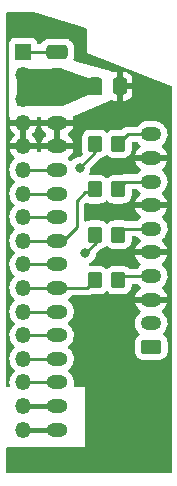
<source format=gbr>
%TF.GenerationSoftware,KiCad,Pcbnew,(6.0.1)*%
%TF.CreationDate,2022-07-06T22:23:35-07:00*%
%TF.ProjectId,mu100-dit-connector-board,6d753130-302d-4646-9974-2d636f6e6e65,rev?*%
%TF.SameCoordinates,PX4a615b8PY2b4db18*%
%TF.FileFunction,Copper,L1,Top*%
%TF.FilePolarity,Positive*%
%FSLAX46Y46*%
G04 Gerber Fmt 4.6, Leading zero omitted, Abs format (unit mm)*
G04 Created by KiCad (PCBNEW (6.0.1)) date 2022-07-06 22:23:35*
%MOMM*%
%LPD*%
G01*
G04 APERTURE LIST*
G04 Aperture macros list*
%AMRoundRect*
0 Rectangle with rounded corners*
0 $1 Rounding radius*
0 $2 $3 $4 $5 $6 $7 $8 $9 X,Y pos of 4 corners*
0 Add a 4 corners polygon primitive as box body*
4,1,4,$2,$3,$4,$5,$6,$7,$8,$9,$2,$3,0*
0 Add four circle primitives for the rounded corners*
1,1,$1+$1,$2,$3*
1,1,$1+$1,$4,$5*
1,1,$1+$1,$6,$7*
1,1,$1+$1,$8,$9*
0 Add four rect primitives between the rounded corners*
20,1,$1+$1,$2,$3,$4,$5,0*
20,1,$1+$1,$4,$5,$6,$7,0*
20,1,$1+$1,$6,$7,$8,$9,0*
20,1,$1+$1,$8,$9,$2,$3,0*%
G04 Aperture macros list end*
%TA.AperFunction,SMDPad,CuDef*%
%ADD10RoundRect,0.250000X-0.350000X-0.450000X0.350000X-0.450000X0.350000X0.450000X-0.350000X0.450000X0*%
%TD*%
%TA.AperFunction,ComponentPad*%
%ADD11R,1.350000X1.350000*%
%TD*%
%TA.AperFunction,ComponentPad*%
%ADD12O,1.350000X1.350000*%
%TD*%
%TA.AperFunction,SMDPad,CuDef*%
%ADD13RoundRect,0.250000X-0.337500X-0.475000X0.337500X-0.475000X0.337500X0.475000X-0.337500X0.475000X0*%
%TD*%
%TA.AperFunction,ComponentPad*%
%ADD14RoundRect,0.250000X0.625000X-0.350000X0.625000X0.350000X-0.625000X0.350000X-0.625000X-0.350000X0*%
%TD*%
%TA.AperFunction,ComponentPad*%
%ADD15O,1.750000X1.200000*%
%TD*%
%TA.AperFunction,ComponentPad*%
%ADD16RoundRect,0.250000X-0.650000X0.350000X-0.650000X-0.350000X0.650000X-0.350000X0.650000X0.350000X0*%
%TD*%
%TA.AperFunction,ComponentPad*%
%ADD17O,1.800000X1.200000*%
%TD*%
%TA.AperFunction,ViaPad*%
%ADD18C,0.800000*%
%TD*%
%TA.AperFunction,Conductor*%
%ADD19C,0.400000*%
%TD*%
%TA.AperFunction,Conductor*%
%ADD20C,0.250000*%
%TD*%
G04 APERTURE END LIST*
D10*
%TO.P,R1,1*%
%TO.N,/CK256*%
X86042400Y-68572000D03*
%TO.P,R1,2*%
%TO.N,/MCLK*%
X88042400Y-68572000D03*
%TD*%
D11*
%TO.P,J1,1,Pin_1*%
%TO.N,/RER*%
X79988400Y-49242000D03*
D12*
%TO.P,J1,2,Pin_2*%
%TO.N,+5V*%
X79988400Y-51242000D03*
%TO.P,J1,3,Pin_3*%
X79988400Y-53242000D03*
%TO.P,J1,4,Pin_4*%
%TO.N,GND*%
X79988400Y-55242000D03*
%TO.P,J1,5,Pin_5*%
X79988400Y-57242000D03*
%TO.P,J1,6,Pin_6*%
%TO.N,Net-(J1-Pad6)*%
X79988400Y-59242000D03*
%TO.P,J1,7,Pin_7*%
%TO.N,/MEL00*%
X79988400Y-61242000D03*
%TO.P,J1,8,Pin_8*%
%TO.N,/SYOD*%
X79988400Y-63242000D03*
%TO.P,J1,9,Pin_9*%
%TO.N,/QCLK*%
X79988400Y-65242000D03*
%TO.P,J1,10,Pin_10*%
%TO.N,Net-(J1-Pad10)*%
X79988400Y-67242000D03*
%TO.P,J1,11,Pin_11*%
%TO.N,/CK256*%
X79988400Y-69242000D03*
%TO.P,J1,12,Pin_12*%
%TO.N,/WCLK*%
X79988400Y-71242000D03*
%TO.P,J1,13,Pin_13*%
%TO.N,/DACOL*%
X79988400Y-73242000D03*
%TO.P,J1,14,Pin_14*%
%TO.N,/REA*%
X79988400Y-75242000D03*
%TO.P,J1,15,Pin_15*%
%TO.N,/REB*%
X79988400Y-77242000D03*
%TO.P,J1,16,Pin_16*%
%TO.N,GNDA*%
X79988400Y-79242000D03*
%TO.P,J1,17,Pin_17*%
%TO.N,+9VA*%
X79988400Y-81242000D03*
%TD*%
D10*
%TO.P,R3,1*%
%TO.N,/DACOL*%
X86042400Y-64725332D03*
%TO.P,R3,2*%
%TO.N,/SDAT*%
X88042400Y-64725332D03*
%TD*%
D13*
%TO.P,C1,1*%
%TO.N,+5V*%
X86054900Y-52162800D03*
%TO.P,C1,2*%
%TO.N,GND*%
X88129900Y-52162800D03*
%TD*%
D10*
%TO.P,R2,1*%
%TO.N,/QCLK*%
X86042400Y-60878666D03*
%TO.P,R2,2*%
%TO.N,/BICK*%
X88042400Y-60878666D03*
%TD*%
%TO.P,R4,1*%
%TO.N,/WCLK*%
X86042400Y-57032000D03*
%TO.P,R4,2*%
%TO.N,/LRCK*%
X88042400Y-57032000D03*
%TD*%
D14*
%TO.P,J3,1,Pin_1*%
%TO.N,unconnected-(J3-Pad1)*%
X90808400Y-74232000D03*
D15*
%TO.P,J3,2,Pin_2*%
%TO.N,+5V*%
X90808400Y-72232000D03*
%TO.P,J3,3,Pin_3*%
%TO.N,GND*%
X90808400Y-70232000D03*
%TO.P,J3,4,Pin_4*%
%TO.N,/MCLK*%
X90808400Y-68232000D03*
%TO.P,J3,5,Pin_5*%
%TO.N,GND*%
X90808400Y-66232000D03*
%TO.P,J3,6,Pin_6*%
%TO.N,/SDAT*%
X90808400Y-64232000D03*
%TO.P,J3,7,Pin_7*%
%TO.N,GND*%
X90808400Y-62232000D03*
%TO.P,J3,8,Pin_8*%
%TO.N,/BICK*%
X90808400Y-60232000D03*
%TO.P,J3,9,Pin_9*%
%TO.N,GND*%
X90808400Y-58232000D03*
%TO.P,J3,10,Pin_10*%
%TO.N,/LRCK*%
X90808400Y-56232000D03*
%TD*%
D16*
%TO.P,J2,1,Pin_1*%
%TO.N,/RER*%
X82848400Y-49242000D03*
D17*
%TO.P,J2,2,Pin_2*%
%TO.N,+5V*%
X82848400Y-51242000D03*
%TO.P,J2,3,Pin_3*%
X82848400Y-53242000D03*
%TO.P,J2,4,Pin_4*%
%TO.N,GND*%
X82848400Y-55242000D03*
%TO.P,J2,5,Pin_5*%
X82848400Y-57242000D03*
%TO.P,J2,6,Pin_6*%
%TO.N,Net-(J1-Pad6)*%
X82848400Y-59242000D03*
%TO.P,J2,7,Pin_7*%
%TO.N,/MEL00*%
X82848400Y-61242000D03*
%TO.P,J2,8,Pin_8*%
%TO.N,/SYOD*%
X82848400Y-63242000D03*
%TO.P,J2,9,Pin_9*%
%TO.N,/QCLK*%
X82848400Y-65242000D03*
%TO.P,J2,10,Pin_10*%
%TO.N,Net-(J1-Pad10)*%
X82848400Y-67242000D03*
%TO.P,J2,11,Pin_11*%
%TO.N,/CK256*%
X82848400Y-69242000D03*
%TO.P,J2,12,Pin_12*%
%TO.N,/WCLK*%
X82848400Y-71242000D03*
%TO.P,J2,13,Pin_13*%
%TO.N,/DACOL*%
X82848400Y-73242000D03*
%TO.P,J2,14,Pin_14*%
%TO.N,/REA*%
X82848400Y-75242000D03*
%TO.P,J2,15,Pin_15*%
%TO.N,/REB*%
X82848400Y-77242000D03*
%TO.P,J2,16,Pin_16*%
%TO.N,GNDA*%
X82848400Y-79242000D03*
%TO.P,J2,17,Pin_17*%
%TO.N,+9VA*%
X82848400Y-81242000D03*
%TD*%
D18*
%TO.N,GND*%
X92088400Y-53722000D03*
X90058400Y-52932000D03*
X85028400Y-54802000D03*
X86388400Y-55292000D03*
X88068400Y-55352000D03*
%TO.N,/WCLK*%
X84756400Y-59071600D03*
%TO.N,/DACOL*%
X85213600Y-66310600D03*
%TD*%
D19*
%TO.N,+5V*%
X82848400Y-53242000D02*
X83927600Y-52162800D01*
X83318400Y-52992000D02*
X84147600Y-52162800D01*
X79988400Y-51242000D02*
X79988400Y-53242000D01*
X79988400Y-53242000D02*
X82848400Y-53242000D01*
X83927600Y-52162800D02*
X86054900Y-52162800D01*
X79988400Y-51242000D02*
X82848400Y-51242000D01*
D20*
%TO.N,/RER*%
X79988400Y-49242000D02*
X82848400Y-49242000D01*
%TO.N,Net-(J1-Pad6)*%
X79988400Y-59242000D02*
X82848400Y-59242000D01*
%TO.N,/MEL00*%
X79988400Y-61242000D02*
X82848400Y-61242000D01*
%TO.N,/SYOD*%
X79988400Y-63242000D02*
X82848400Y-63242000D01*
%TO.N,/QCLK*%
X85217400Y-61142000D02*
X86072400Y-61142000D01*
X83310400Y-65242000D02*
X84502400Y-64050000D01*
X84502400Y-64050000D02*
X84502400Y-61857000D01*
X82848400Y-65242000D02*
X83310400Y-65242000D01*
X84502400Y-61857000D02*
X85217400Y-61142000D01*
X79988400Y-65242000D02*
X82848400Y-65242000D01*
%TO.N,Net-(J1-Pad10)*%
X79988400Y-67242000D02*
X82848400Y-67242000D01*
%TO.N,/CK256*%
X85372400Y-69242000D02*
X86042400Y-68572000D01*
X79988400Y-69242000D02*
X82848400Y-69242000D01*
X82848400Y-69242000D02*
X85372400Y-69242000D01*
%TO.N,/WCLK*%
X86062400Y-57765600D02*
X86062400Y-57032000D01*
X79988400Y-71242000D02*
X82848400Y-71242000D01*
X84756400Y-59071600D02*
X86062400Y-57765600D01*
%TO.N,/DACOL*%
X85213600Y-66310600D02*
X86102400Y-65421800D01*
X79988400Y-73242000D02*
X82848400Y-73242000D01*
X86102400Y-65421800D02*
X86102400Y-64362000D01*
%TO.N,/REA*%
X79988400Y-75242000D02*
X82848400Y-75242000D01*
%TO.N,/REB*%
X79988400Y-77242000D02*
X82848400Y-77242000D01*
D19*
%TO.N,GNDA*%
X79988400Y-79242000D02*
X82848400Y-79242000D01*
%TO.N,+9VA*%
X79988400Y-81242000D02*
X82848400Y-81242000D01*
D20*
%TO.N,/MCLK*%
X88008400Y-68232000D02*
X90458400Y-68232000D01*
%TO.N,/SDAT*%
X87858400Y-64232000D02*
X90458400Y-64232000D01*
X87728400Y-64362000D02*
X87858400Y-64232000D01*
%TO.N,/BICK*%
X88608400Y-60232000D02*
X90458400Y-60232000D01*
X87698400Y-61142000D02*
X88608400Y-60232000D01*
%TO.N,/LRCK*%
X88042400Y-57032000D02*
X88842400Y-56232000D01*
X88842400Y-56232000D02*
X90458400Y-56232000D01*
%TD*%
%TA.AperFunction,Conductor*%
%TO.N,GND*%
G36*
X80999529Y-45920545D02*
G01*
X81170056Y-45972879D01*
X85276967Y-47233276D01*
X85336222Y-47272384D01*
X85364927Y-47337319D01*
X85366000Y-47353731D01*
X85366000Y-49318000D01*
X85384392Y-49325278D01*
X92480762Y-52133420D01*
X92536744Y-52177084D01*
X92560400Y-52250580D01*
X92560400Y-84773000D01*
X92540398Y-84841121D01*
X92486742Y-84887614D01*
X92434400Y-84899000D01*
X78627400Y-84899000D01*
X78559279Y-84878998D01*
X78512786Y-84825342D01*
X78501400Y-84773000D01*
X78501400Y-82867400D01*
X78521402Y-82799279D01*
X78575058Y-82752786D01*
X78627400Y-82741400D01*
X85231800Y-82741400D01*
X85231800Y-77632000D01*
X84357539Y-77632000D01*
X84289418Y-77611998D01*
X84242925Y-77558342D01*
X84232843Y-77487920D01*
X84259752Y-77302336D01*
X84259752Y-77302333D01*
X84260613Y-77296396D01*
X84250833Y-77085101D01*
X84201275Y-76879466D01*
X84161812Y-76792671D01*
X84116206Y-76692368D01*
X84113726Y-76686913D01*
X83991346Y-76514389D01*
X83838550Y-76368119D01*
X83832655Y-76364312D01*
X83806237Y-76347254D01*
X83759860Y-76293499D01*
X83749907Y-76223203D01*
X83779539Y-76158686D01*
X83796753Y-76142317D01*
X83911602Y-76052102D01*
X83916320Y-76048396D01*
X83920252Y-76043865D01*
X83920255Y-76043862D01*
X84051021Y-75893167D01*
X84054952Y-75888637D01*
X84057952Y-75883451D01*
X84057955Y-75883447D01*
X84157867Y-75710742D01*
X84160873Y-75705546D01*
X84230261Y-75505729D01*
X84254267Y-75340163D01*
X84259752Y-75302336D01*
X84259752Y-75302333D01*
X84260613Y-75296396D01*
X84250833Y-75085101D01*
X84205982Y-74898998D01*
X84202681Y-74885299D01*
X84202680Y-74885297D01*
X84201275Y-74879466D01*
X84161812Y-74792671D01*
X84133911Y-74731308D01*
X84113726Y-74686913D01*
X83991346Y-74514389D01*
X83838550Y-74368119D01*
X83832655Y-74364312D01*
X83806237Y-74347254D01*
X83759860Y-74293499D01*
X83749907Y-74223203D01*
X83779539Y-74158686D01*
X83796753Y-74142317D01*
X83911602Y-74052102D01*
X83916320Y-74048396D01*
X83920252Y-74043865D01*
X83920255Y-74043862D01*
X84051021Y-73893167D01*
X84054952Y-73888637D01*
X84057952Y-73883451D01*
X84057955Y-73883447D01*
X84157867Y-73710742D01*
X84160873Y-73705546D01*
X84230261Y-73505729D01*
X84260613Y-73296396D01*
X84250833Y-73085101D01*
X84201275Y-72879466D01*
X84198539Y-72873447D01*
X84146484Y-72758959D01*
X84113726Y-72686913D01*
X83991346Y-72514389D01*
X83838550Y-72368119D01*
X83832655Y-72364312D01*
X83806237Y-72347254D01*
X83759860Y-72293499D01*
X83749907Y-72223203D01*
X83770850Y-72177604D01*
X89421187Y-72177604D01*
X89430967Y-72388899D01*
X89432371Y-72394724D01*
X89432371Y-72394725D01*
X89462388Y-72519275D01*
X89480525Y-72594534D01*
X89483007Y-72599992D01*
X89483008Y-72599996D01*
X89525008Y-72692368D01*
X89568074Y-72787087D01*
X89690454Y-72959611D01*
X89694781Y-72963753D01*
X89694786Y-72963759D01*
X89785717Y-73050806D01*
X89821094Y-73112361D01*
X89817575Y-73183270D01*
X89776279Y-73241021D01*
X89764896Y-73248965D01*
X89709052Y-73283522D01*
X89584095Y-73408697D01*
X89491285Y-73559262D01*
X89488981Y-73566209D01*
X89441042Y-73710742D01*
X89435603Y-73727139D01*
X89424900Y-73831600D01*
X89424900Y-74632400D01*
X89435874Y-74738166D01*
X89491850Y-74905946D01*
X89584922Y-75056348D01*
X89710097Y-75181305D01*
X89716327Y-75185145D01*
X89716328Y-75185146D01*
X89853490Y-75269694D01*
X89860662Y-75274115D01*
X89909757Y-75290399D01*
X90022011Y-75327632D01*
X90022013Y-75327632D01*
X90028539Y-75329797D01*
X90035375Y-75330497D01*
X90035378Y-75330498D01*
X90078431Y-75334909D01*
X90133000Y-75340500D01*
X91483800Y-75340500D01*
X91487046Y-75340163D01*
X91487050Y-75340163D01*
X91582708Y-75330238D01*
X91582712Y-75330237D01*
X91589566Y-75329526D01*
X91596102Y-75327345D01*
X91596104Y-75327345D01*
X91728206Y-75283272D01*
X91757346Y-75273550D01*
X91907748Y-75180478D01*
X92032705Y-75055303D01*
X92069949Y-74994882D01*
X92121675Y-74910968D01*
X92121676Y-74910966D01*
X92125515Y-74904738D01*
X92181197Y-74736861D01*
X92191900Y-74632400D01*
X92191900Y-73831600D01*
X92180926Y-73725834D01*
X92174158Y-73705546D01*
X92127268Y-73565002D01*
X92124950Y-73558054D01*
X92031878Y-73407652D01*
X91906703Y-73282695D01*
X91855164Y-73250925D01*
X91807671Y-73198154D01*
X91796247Y-73128082D01*
X91824521Y-73062958D01*
X91843445Y-73044582D01*
X91851320Y-73038396D01*
X91855252Y-73033865D01*
X91855255Y-73033862D01*
X91986021Y-72883167D01*
X91989952Y-72878637D01*
X91992952Y-72873451D01*
X91992955Y-72873447D01*
X92092867Y-72700742D01*
X92095873Y-72695546D01*
X92165261Y-72495729D01*
X92183764Y-72368119D01*
X92194752Y-72292336D01*
X92194752Y-72292333D01*
X92195613Y-72286396D01*
X92185833Y-72075101D01*
X92140895Y-71888637D01*
X92137681Y-71875299D01*
X92137680Y-71875297D01*
X92136275Y-71869466D01*
X92121189Y-71836285D01*
X92061745Y-71705546D01*
X92048726Y-71676913D01*
X91926346Y-71504389D01*
X91773550Y-71358119D01*
X91768519Y-71354870D01*
X91768512Y-71354865D01*
X91740793Y-71336967D01*
X91694416Y-71283211D01*
X91684463Y-71212915D01*
X91714096Y-71148398D01*
X91731309Y-71132030D01*
X91846257Y-71041738D01*
X91854906Y-71033501D01*
X91985612Y-70882877D01*
X91992547Y-70873153D01*
X92092410Y-70700533D01*
X92097384Y-70689669D01*
X92162807Y-70501273D01*
X92163048Y-70500284D01*
X92161580Y-70489992D01*
X92148015Y-70486000D01*
X89472998Y-70486000D01*
X89459467Y-70489973D01*
X89458112Y-70499399D01*
X89479594Y-70588537D01*
X89483483Y-70599832D01*
X89566029Y-70781382D01*
X89571976Y-70791724D01*
X89687368Y-70954397D01*
X89695161Y-70963425D01*
X89839231Y-71101342D01*
X89848600Y-71108741D01*
X89875977Y-71126418D01*
X89922355Y-71180172D01*
X89932309Y-71250468D01*
X89902678Y-71314985D01*
X89885463Y-71331356D01*
X89765480Y-71425604D01*
X89761548Y-71430135D01*
X89761545Y-71430138D01*
X89695951Y-71505729D01*
X89626848Y-71585363D01*
X89623848Y-71590549D01*
X89623845Y-71590553D01*
X89595961Y-71638753D01*
X89520927Y-71768454D01*
X89451539Y-71968271D01*
X89421187Y-72177604D01*
X83770850Y-72177604D01*
X83779539Y-72158686D01*
X83796753Y-72142317D01*
X83911602Y-72052102D01*
X83916320Y-72048396D01*
X83920252Y-72043865D01*
X83920255Y-72043862D01*
X84051021Y-71893167D01*
X84054952Y-71888637D01*
X84057952Y-71883451D01*
X84057955Y-71883447D01*
X84157867Y-71710742D01*
X84160873Y-71705546D01*
X84230261Y-71505729D01*
X84251664Y-71358119D01*
X84259752Y-71302336D01*
X84259752Y-71302333D01*
X84260613Y-71296396D01*
X84250833Y-71085101D01*
X84201275Y-70879466D01*
X84161812Y-70792671D01*
X84146484Y-70758959D01*
X84113726Y-70686913D01*
X83991346Y-70514389D01*
X83838550Y-70368119D01*
X83832655Y-70364312D01*
X83806237Y-70347254D01*
X83759860Y-70293499D01*
X83749907Y-70223203D01*
X83779539Y-70158686D01*
X83796753Y-70142317D01*
X83911602Y-70052102D01*
X83916320Y-70048396D01*
X84028675Y-69918918D01*
X84088427Y-69880579D01*
X84123839Y-69875500D01*
X85293633Y-69875500D01*
X85304816Y-69876027D01*
X85312309Y-69877702D01*
X85320235Y-69877453D01*
X85320236Y-69877453D01*
X85380386Y-69875562D01*
X85384345Y-69875500D01*
X85412256Y-69875500D01*
X85416191Y-69875003D01*
X85416256Y-69874995D01*
X85428093Y-69874062D01*
X85460351Y-69873048D01*
X85464370Y-69872922D01*
X85472289Y-69872673D01*
X85491743Y-69867021D01*
X85511100Y-69863013D01*
X85523330Y-69861468D01*
X85523331Y-69861468D01*
X85531197Y-69860474D01*
X85538568Y-69857555D01*
X85538570Y-69857555D01*
X85572312Y-69844196D01*
X85583542Y-69840351D01*
X85618383Y-69830229D01*
X85618384Y-69830229D01*
X85625993Y-69828018D01*
X85632812Y-69823985D01*
X85632817Y-69823983D01*
X85643428Y-69817707D01*
X85661176Y-69809012D01*
X85680017Y-69801552D01*
X85686430Y-69796893D01*
X85687903Y-69796083D01*
X85748600Y-69780500D01*
X86442800Y-69780500D01*
X86446046Y-69780163D01*
X86446050Y-69780163D01*
X86541708Y-69770238D01*
X86541712Y-69770237D01*
X86548566Y-69769526D01*
X86555102Y-69767345D01*
X86555104Y-69767345D01*
X86687206Y-69723272D01*
X86716346Y-69713550D01*
X86866748Y-69620478D01*
X86953184Y-69533891D01*
X87015466Y-69499812D01*
X87086286Y-69504815D01*
X87131376Y-69533736D01*
X87219097Y-69621305D01*
X87225327Y-69625145D01*
X87225328Y-69625146D01*
X87362490Y-69709694D01*
X87369662Y-69714115D01*
X87449405Y-69740564D01*
X87531011Y-69767632D01*
X87531013Y-69767632D01*
X87537539Y-69769797D01*
X87544375Y-69770497D01*
X87544378Y-69770498D01*
X87587431Y-69774909D01*
X87642000Y-69780500D01*
X88442800Y-69780500D01*
X88446046Y-69780163D01*
X88446050Y-69780163D01*
X88541708Y-69770238D01*
X88541712Y-69770237D01*
X88548566Y-69769526D01*
X88555102Y-69767345D01*
X88555104Y-69767345D01*
X88687206Y-69723272D01*
X88716346Y-69713550D01*
X88866748Y-69620478D01*
X88991705Y-69495303D01*
X89033233Y-69427933D01*
X89080675Y-69350968D01*
X89080676Y-69350966D01*
X89084515Y-69344738D01*
X89128911Y-69210887D01*
X89138032Y-69183389D01*
X89138032Y-69183387D01*
X89140197Y-69176861D01*
X89140997Y-69169058D01*
X89147136Y-69109135D01*
X89150900Y-69072400D01*
X89150900Y-68991500D01*
X89170902Y-68923379D01*
X89224558Y-68876886D01*
X89276900Y-68865500D01*
X89558593Y-68865500D01*
X89626714Y-68885502D01*
X89661363Y-68918601D01*
X89686984Y-68954720D01*
X89686987Y-68954724D01*
X89690454Y-68959611D01*
X89843250Y-69105881D01*
X89848281Y-69109130D01*
X89848288Y-69109135D01*
X89876007Y-69127033D01*
X89922384Y-69180789D01*
X89932337Y-69251085D01*
X89902704Y-69315602D01*
X89885491Y-69331970D01*
X89770543Y-69422262D01*
X89761894Y-69430499D01*
X89631188Y-69581123D01*
X89624253Y-69590847D01*
X89524390Y-69763467D01*
X89519416Y-69774331D01*
X89453993Y-69962727D01*
X89453752Y-69963716D01*
X89455220Y-69974008D01*
X89468785Y-69978000D01*
X92143802Y-69978000D01*
X92157333Y-69974027D01*
X92158688Y-69964601D01*
X92137206Y-69875463D01*
X92133317Y-69864168D01*
X92050771Y-69682618D01*
X92044824Y-69672276D01*
X91929432Y-69509603D01*
X91921639Y-69500575D01*
X91777569Y-69362658D01*
X91768200Y-69355259D01*
X91740823Y-69337582D01*
X91694445Y-69283828D01*
X91684491Y-69213532D01*
X91714122Y-69149015D01*
X91731337Y-69132644D01*
X91846602Y-69042102D01*
X91851320Y-69038396D01*
X91855252Y-69033865D01*
X91855255Y-69033862D01*
X91986021Y-68883167D01*
X91989952Y-68878637D01*
X91992952Y-68873451D01*
X91992955Y-68873447D01*
X92092867Y-68700742D01*
X92095873Y-68695546D01*
X92165261Y-68495729D01*
X92183764Y-68368119D01*
X92194752Y-68292336D01*
X92194752Y-68292333D01*
X92195613Y-68286396D01*
X92185833Y-68075101D01*
X92140895Y-67888637D01*
X92137681Y-67875299D01*
X92137680Y-67875297D01*
X92136275Y-67869466D01*
X92121189Y-67836285D01*
X92061745Y-67705546D01*
X92048726Y-67676913D01*
X91926346Y-67504389D01*
X91773550Y-67358119D01*
X91768519Y-67354870D01*
X91768512Y-67354865D01*
X91740793Y-67336967D01*
X91694416Y-67283211D01*
X91684463Y-67212915D01*
X91714096Y-67148398D01*
X91731309Y-67132030D01*
X91846257Y-67041738D01*
X91854906Y-67033501D01*
X91985612Y-66882877D01*
X91992547Y-66873153D01*
X92092410Y-66700533D01*
X92097384Y-66689669D01*
X92162807Y-66501273D01*
X92163048Y-66500284D01*
X92161580Y-66489992D01*
X92148015Y-66486000D01*
X89472998Y-66486000D01*
X89459467Y-66489973D01*
X89458112Y-66499399D01*
X89479594Y-66588537D01*
X89483483Y-66599832D01*
X89566029Y-66781382D01*
X89571976Y-66791724D01*
X89687368Y-66954397D01*
X89695161Y-66963425D01*
X89839231Y-67101342D01*
X89848600Y-67108741D01*
X89875977Y-67126418D01*
X89922355Y-67180172D01*
X89932309Y-67250468D01*
X89902678Y-67314985D01*
X89885463Y-67331356D01*
X89765480Y-67425604D01*
X89653125Y-67555082D01*
X89593373Y-67593421D01*
X89557961Y-67598500D01*
X88993767Y-67598500D01*
X88925646Y-67578498D01*
X88904749Y-67561673D01*
X88870883Y-67527866D01*
X88865703Y-67522695D01*
X88838179Y-67505729D01*
X88721368Y-67433725D01*
X88721366Y-67433724D01*
X88715138Y-67429885D01*
X88554654Y-67376655D01*
X88553789Y-67376368D01*
X88553787Y-67376368D01*
X88547261Y-67374203D01*
X88540425Y-67373503D01*
X88540422Y-67373502D01*
X88497369Y-67369091D01*
X88442800Y-67363500D01*
X87642000Y-67363500D01*
X87638754Y-67363837D01*
X87638750Y-67363837D01*
X87543092Y-67373762D01*
X87543088Y-67373763D01*
X87536234Y-67374474D01*
X87529698Y-67376655D01*
X87529696Y-67376655D01*
X87397594Y-67420728D01*
X87368454Y-67430450D01*
X87218052Y-67523522D01*
X87179968Y-67561673D01*
X87131616Y-67610109D01*
X87069334Y-67644188D01*
X86998514Y-67639185D01*
X86953425Y-67610264D01*
X86870883Y-67527866D01*
X86865703Y-67522695D01*
X86838179Y-67505729D01*
X86721368Y-67433725D01*
X86721366Y-67433724D01*
X86715138Y-67429885D01*
X86554654Y-67376655D01*
X86553789Y-67376368D01*
X86553787Y-67376368D01*
X86547261Y-67374203D01*
X86540425Y-67373503D01*
X86540422Y-67373502D01*
X86497369Y-67369091D01*
X86442800Y-67363500D01*
X85675164Y-67363500D01*
X85607043Y-67343498D01*
X85560550Y-67289842D01*
X85550446Y-67219568D01*
X85579940Y-67154988D01*
X85623915Y-67122393D01*
X85664322Y-67104403D01*
X85664324Y-67104402D01*
X85670352Y-67101718D01*
X85824853Y-66989466D01*
X85829275Y-66984555D01*
X85948221Y-66852452D01*
X85948222Y-66852451D01*
X85952640Y-66847544D01*
X86042231Y-66692368D01*
X86044823Y-66687879D01*
X86044824Y-66687878D01*
X86048127Y-66682156D01*
X86107142Y-66500528D01*
X86108250Y-66489992D01*
X86121400Y-66364866D01*
X86124507Y-66335308D01*
X86151520Y-66269651D01*
X86160722Y-66259383D01*
X86459689Y-65960416D01*
X86522001Y-65926390D01*
X86535768Y-65924186D01*
X86548566Y-65922858D01*
X86716346Y-65866882D01*
X86866748Y-65773810D01*
X86953184Y-65687223D01*
X87015466Y-65653144D01*
X87086286Y-65658147D01*
X87131375Y-65687068D01*
X87206831Y-65762392D01*
X87219097Y-65774637D01*
X87225327Y-65778477D01*
X87225328Y-65778478D01*
X87362490Y-65863026D01*
X87369662Y-65867447D01*
X87393830Y-65875463D01*
X87531011Y-65920964D01*
X87531013Y-65920964D01*
X87537539Y-65923129D01*
X87544375Y-65923829D01*
X87544378Y-65923830D01*
X87587431Y-65928241D01*
X87642000Y-65933832D01*
X88442800Y-65933832D01*
X88446046Y-65933495D01*
X88446050Y-65933495D01*
X88541708Y-65923570D01*
X88541712Y-65923569D01*
X88548566Y-65922858D01*
X88555102Y-65920677D01*
X88555104Y-65920677D01*
X88690626Y-65875463D01*
X88716346Y-65866882D01*
X88866748Y-65773810D01*
X88991705Y-65648635D01*
X88995546Y-65642404D01*
X89080675Y-65504300D01*
X89080676Y-65504298D01*
X89084515Y-65498070D01*
X89131883Y-65355259D01*
X89138032Y-65336721D01*
X89138032Y-65336719D01*
X89140197Y-65330193D01*
X89150900Y-65225732D01*
X89150900Y-64991500D01*
X89170902Y-64923379D01*
X89224558Y-64876886D01*
X89276900Y-64865500D01*
X89558593Y-64865500D01*
X89626714Y-64885502D01*
X89661363Y-64918601D01*
X89686984Y-64954720D01*
X89686987Y-64954724D01*
X89690454Y-64959611D01*
X89843250Y-65105881D01*
X89848281Y-65109130D01*
X89848288Y-65109135D01*
X89876007Y-65127033D01*
X89922384Y-65180789D01*
X89932337Y-65251085D01*
X89902704Y-65315602D01*
X89885491Y-65331970D01*
X89770543Y-65422262D01*
X89761894Y-65430499D01*
X89631188Y-65581123D01*
X89624253Y-65590847D01*
X89524390Y-65763467D01*
X89519416Y-65774331D01*
X89453993Y-65962727D01*
X89453752Y-65963716D01*
X89455220Y-65974008D01*
X89468785Y-65978000D01*
X92143802Y-65978000D01*
X92157333Y-65974027D01*
X92158688Y-65964601D01*
X92137206Y-65875463D01*
X92133317Y-65864168D01*
X92050771Y-65682618D01*
X92044824Y-65672276D01*
X91929432Y-65509603D01*
X91921639Y-65500575D01*
X91777569Y-65362658D01*
X91768200Y-65355259D01*
X91740823Y-65337582D01*
X91694445Y-65283828D01*
X91684491Y-65213532D01*
X91714122Y-65149015D01*
X91731337Y-65132644D01*
X91846602Y-65042102D01*
X91851320Y-65038396D01*
X91855252Y-65033865D01*
X91855255Y-65033862D01*
X91986021Y-64883167D01*
X91989952Y-64878637D01*
X91992952Y-64873451D01*
X91992955Y-64873447D01*
X92092867Y-64700742D01*
X92095873Y-64695546D01*
X92165261Y-64495729D01*
X92176235Y-64420042D01*
X92194752Y-64292336D01*
X92194752Y-64292333D01*
X92195613Y-64286396D01*
X92185833Y-64075101D01*
X92136275Y-63869466D01*
X92121189Y-63836285D01*
X92051206Y-63682368D01*
X92048726Y-63676913D01*
X91935405Y-63517160D01*
X91929812Y-63509275D01*
X91929811Y-63509274D01*
X91926346Y-63504389D01*
X91773550Y-63358119D01*
X91768519Y-63354870D01*
X91768512Y-63354865D01*
X91740793Y-63336967D01*
X91694416Y-63283211D01*
X91684463Y-63212915D01*
X91714096Y-63148398D01*
X91731309Y-63132030D01*
X91846257Y-63041738D01*
X91854906Y-63033501D01*
X91985612Y-62882877D01*
X91992547Y-62873153D01*
X92092410Y-62700533D01*
X92097384Y-62689669D01*
X92162807Y-62501273D01*
X92163048Y-62500284D01*
X92161580Y-62489992D01*
X92148015Y-62486000D01*
X89472998Y-62486000D01*
X89459467Y-62489973D01*
X89458112Y-62499399D01*
X89479594Y-62588537D01*
X89483483Y-62599832D01*
X89566029Y-62781382D01*
X89571976Y-62791724D01*
X89687368Y-62954397D01*
X89695161Y-62963425D01*
X89839231Y-63101342D01*
X89848600Y-63108741D01*
X89875977Y-63126418D01*
X89922355Y-63180172D01*
X89932309Y-63250468D01*
X89902678Y-63314985D01*
X89885463Y-63331356D01*
X89765480Y-63425604D01*
X89653125Y-63555082D01*
X89593373Y-63593421D01*
X89557961Y-63598500D01*
X88773839Y-63598500D01*
X88720886Y-63586760D01*
X88715138Y-63583217D01*
X88708192Y-63580913D01*
X88708190Y-63580912D01*
X88553789Y-63529700D01*
X88553787Y-63529700D01*
X88547261Y-63527535D01*
X88540425Y-63526835D01*
X88540422Y-63526834D01*
X88497369Y-63522423D01*
X88442800Y-63516832D01*
X87642000Y-63516832D01*
X87638754Y-63517169D01*
X87638750Y-63517169D01*
X87543092Y-63527094D01*
X87543088Y-63527095D01*
X87536234Y-63527806D01*
X87529698Y-63529987D01*
X87529696Y-63529987D01*
X87454481Y-63555081D01*
X87368454Y-63583782D01*
X87218052Y-63676854D01*
X87135901Y-63759149D01*
X87131616Y-63763441D01*
X87069334Y-63797520D01*
X86998514Y-63792517D01*
X86953425Y-63763596D01*
X86870883Y-63681198D01*
X86865703Y-63676027D01*
X86859212Y-63672026D01*
X86721368Y-63587057D01*
X86721366Y-63587056D01*
X86715138Y-63583217D01*
X86554654Y-63529987D01*
X86553789Y-63529700D01*
X86553787Y-63529700D01*
X86547261Y-63527535D01*
X86540425Y-63526835D01*
X86540422Y-63526834D01*
X86497369Y-63522423D01*
X86442800Y-63516832D01*
X85642000Y-63516832D01*
X85638754Y-63517169D01*
X85638750Y-63517169D01*
X85543092Y-63527094D01*
X85543088Y-63527095D01*
X85536234Y-63527806D01*
X85529698Y-63529987D01*
X85529696Y-63529987D01*
X85454481Y-63555081D01*
X85368454Y-63583782D01*
X85362222Y-63587638D01*
X85362223Y-63587638D01*
X85328203Y-63608690D01*
X85259751Y-63627528D01*
X85191981Y-63606367D01*
X85146410Y-63551926D01*
X85135900Y-63501546D01*
X85135900Y-62171594D01*
X85155902Y-62103473D01*
X85172805Y-62082499D01*
X85215752Y-62039552D01*
X85278064Y-62005526D01*
X85348879Y-62010591D01*
X85358098Y-62014453D01*
X85363430Y-62016940D01*
X85369662Y-62020781D01*
X85376607Y-62023084D01*
X85376610Y-62023086D01*
X85531011Y-62074298D01*
X85531013Y-62074298D01*
X85537539Y-62076463D01*
X85544375Y-62077163D01*
X85544378Y-62077164D01*
X85587431Y-62081575D01*
X85642000Y-62087166D01*
X86442800Y-62087166D01*
X86446046Y-62086829D01*
X86446050Y-62086829D01*
X86541708Y-62076904D01*
X86541712Y-62076903D01*
X86548566Y-62076192D01*
X86555102Y-62074011D01*
X86555104Y-62074011D01*
X86687206Y-62029938D01*
X86716346Y-62020216D01*
X86866748Y-61927144D01*
X86953184Y-61840557D01*
X87015466Y-61806478D01*
X87086286Y-61811481D01*
X87131376Y-61840402D01*
X87219097Y-61927971D01*
X87225327Y-61931811D01*
X87225328Y-61931812D01*
X87362490Y-62016360D01*
X87369662Y-62020781D01*
X87426255Y-62039552D01*
X87531011Y-62074298D01*
X87531013Y-62074298D01*
X87537539Y-62076463D01*
X87544375Y-62077163D01*
X87544378Y-62077164D01*
X87587431Y-62081575D01*
X87642000Y-62087166D01*
X88442800Y-62087166D01*
X88446046Y-62086829D01*
X88446050Y-62086829D01*
X88541708Y-62076904D01*
X88541712Y-62076903D01*
X88548566Y-62076192D01*
X88555102Y-62074011D01*
X88555104Y-62074011D01*
X88687206Y-62029938D01*
X88716346Y-62020216D01*
X88866748Y-61927144D01*
X88991705Y-61801969D01*
X88995546Y-61795738D01*
X89080675Y-61657634D01*
X89080676Y-61657632D01*
X89084515Y-61651404D01*
X89131548Y-61509603D01*
X89138032Y-61490055D01*
X89138032Y-61490053D01*
X89140197Y-61483527D01*
X89150900Y-61379066D01*
X89150900Y-60991500D01*
X89170902Y-60923379D01*
X89224558Y-60876886D01*
X89276900Y-60865500D01*
X89558593Y-60865500D01*
X89626714Y-60885502D01*
X89661363Y-60918601D01*
X89686984Y-60954720D01*
X89686987Y-60954724D01*
X89690454Y-60959611D01*
X89843250Y-61105881D01*
X89848281Y-61109130D01*
X89848288Y-61109135D01*
X89876007Y-61127033D01*
X89922384Y-61180789D01*
X89932337Y-61251085D01*
X89902704Y-61315602D01*
X89885491Y-61331970D01*
X89770543Y-61422262D01*
X89761894Y-61430499D01*
X89631188Y-61581123D01*
X89624253Y-61590847D01*
X89524390Y-61763467D01*
X89519416Y-61774331D01*
X89453993Y-61962727D01*
X89453752Y-61963716D01*
X89455220Y-61974008D01*
X89468785Y-61978000D01*
X92143802Y-61978000D01*
X92157333Y-61974027D01*
X92158688Y-61964601D01*
X92137206Y-61875463D01*
X92133317Y-61864168D01*
X92050771Y-61682618D01*
X92044824Y-61672276D01*
X91929432Y-61509603D01*
X91921639Y-61500575D01*
X91777569Y-61362658D01*
X91768200Y-61355259D01*
X91740823Y-61337582D01*
X91694445Y-61283828D01*
X91684491Y-61213532D01*
X91714122Y-61149015D01*
X91731337Y-61132644D01*
X91846602Y-61042102D01*
X91851320Y-61038396D01*
X91855252Y-61033865D01*
X91855255Y-61033862D01*
X91986021Y-60883167D01*
X91989952Y-60878637D01*
X91992952Y-60873451D01*
X91992955Y-60873447D01*
X92092867Y-60700742D01*
X92095873Y-60695546D01*
X92165261Y-60495729D01*
X92181826Y-60381483D01*
X92194752Y-60292336D01*
X92194752Y-60292333D01*
X92195613Y-60286396D01*
X92185833Y-60075101D01*
X92147714Y-59916930D01*
X92137681Y-59875299D01*
X92137680Y-59875297D01*
X92136275Y-59869466D01*
X92121189Y-59836285D01*
X92073666Y-59731766D01*
X92048726Y-59676913D01*
X91926346Y-59504389D01*
X91773550Y-59358119D01*
X91768519Y-59354870D01*
X91768512Y-59354865D01*
X91740793Y-59336967D01*
X91694416Y-59283211D01*
X91684463Y-59212915D01*
X91714096Y-59148398D01*
X91731309Y-59132030D01*
X91846257Y-59041738D01*
X91854906Y-59033501D01*
X91985612Y-58882877D01*
X91992547Y-58873153D01*
X92092410Y-58700533D01*
X92097384Y-58689669D01*
X92162807Y-58501273D01*
X92163048Y-58500284D01*
X92161580Y-58489992D01*
X92148015Y-58486000D01*
X89472998Y-58486000D01*
X89459467Y-58489973D01*
X89458112Y-58499399D01*
X89479594Y-58588537D01*
X89483483Y-58599832D01*
X89566029Y-58781382D01*
X89571976Y-58791724D01*
X89687368Y-58954397D01*
X89695161Y-58963425D01*
X89839231Y-59101342D01*
X89848600Y-59108741D01*
X89875977Y-59126418D01*
X89922355Y-59180172D01*
X89932309Y-59250468D01*
X89902678Y-59314985D01*
X89885463Y-59331356D01*
X89765480Y-59425604D01*
X89653125Y-59555082D01*
X89593373Y-59593421D01*
X89557961Y-59598500D01*
X88687163Y-59598500D01*
X88675979Y-59597973D01*
X88668491Y-59596299D01*
X88660568Y-59596548D01*
X88600433Y-59598438D01*
X88596475Y-59598500D01*
X88568544Y-59598500D01*
X88564629Y-59598995D01*
X88564625Y-59598995D01*
X88564567Y-59599003D01*
X88564538Y-59599006D01*
X88552696Y-59599939D01*
X88508510Y-59601327D01*
X88491144Y-59606372D01*
X88489058Y-59606978D01*
X88469706Y-59610986D01*
X88462635Y-59611880D01*
X88449603Y-59613526D01*
X88442234Y-59616443D01*
X88442232Y-59616444D01*
X88408497Y-59629800D01*
X88397269Y-59633645D01*
X88354807Y-59645982D01*
X88347984Y-59650017D01*
X88343584Y-59652619D01*
X88279444Y-59670166D01*
X87642000Y-59670166D01*
X87638754Y-59670503D01*
X87638750Y-59670503D01*
X87543092Y-59680428D01*
X87543088Y-59680429D01*
X87536234Y-59681140D01*
X87529698Y-59683321D01*
X87529696Y-59683321D01*
X87397594Y-59727394D01*
X87368454Y-59737116D01*
X87218052Y-59830188D01*
X87212879Y-59835370D01*
X87131616Y-59916775D01*
X87069334Y-59950854D01*
X86998514Y-59945851D01*
X86953425Y-59916930D01*
X86870883Y-59834532D01*
X86865703Y-59829361D01*
X86859472Y-59825520D01*
X86721368Y-59740391D01*
X86721366Y-59740390D01*
X86715138Y-59736551D01*
X86554654Y-59683321D01*
X86553789Y-59683034D01*
X86553787Y-59683034D01*
X86547261Y-59680869D01*
X86540425Y-59680169D01*
X86540422Y-59680168D01*
X86497369Y-59675757D01*
X86442800Y-59670166D01*
X85678101Y-59670166D01*
X85609980Y-59650164D01*
X85563487Y-59596508D01*
X85553383Y-59526234D01*
X85568982Y-59481166D01*
X85587623Y-59448879D01*
X85587624Y-59448878D01*
X85590927Y-59443156D01*
X85649942Y-59261528D01*
X85651105Y-59250468D01*
X85667307Y-59096308D01*
X85694320Y-59030651D01*
X85703522Y-59020382D01*
X86454658Y-58269247D01*
X86462936Y-58261714D01*
X86468342Y-58258283D01*
X86533020Y-58231139D01*
X86541707Y-58230238D01*
X86541710Y-58230237D01*
X86548566Y-58229526D01*
X86555102Y-58227345D01*
X86555104Y-58227345D01*
X86687206Y-58183272D01*
X86716346Y-58173550D01*
X86866748Y-58080478D01*
X86953184Y-57993891D01*
X87015466Y-57959812D01*
X87086286Y-57964815D01*
X87131375Y-57993736D01*
X87155302Y-58017621D01*
X87219097Y-58081305D01*
X87225327Y-58085145D01*
X87225328Y-58085146D01*
X87362490Y-58169694D01*
X87369662Y-58174115D01*
X87449405Y-58200564D01*
X87531011Y-58227632D01*
X87531013Y-58227632D01*
X87537539Y-58229797D01*
X87544375Y-58230497D01*
X87544378Y-58230498D01*
X87587431Y-58234909D01*
X87642000Y-58240500D01*
X88442800Y-58240500D01*
X88446046Y-58240163D01*
X88446050Y-58240163D01*
X88541708Y-58230238D01*
X88541712Y-58230237D01*
X88548566Y-58229526D01*
X88555102Y-58227345D01*
X88555104Y-58227345D01*
X88687206Y-58183272D01*
X88716346Y-58173550D01*
X88866748Y-58080478D01*
X88991705Y-57955303D01*
X88995546Y-57949072D01*
X89080675Y-57810968D01*
X89080676Y-57810966D01*
X89084515Y-57804738D01*
X89116934Y-57706998D01*
X89138032Y-57643389D01*
X89138032Y-57643387D01*
X89140197Y-57636861D01*
X89150900Y-57532400D01*
X89150900Y-56991500D01*
X89170902Y-56923379D01*
X89224558Y-56876886D01*
X89276900Y-56865500D01*
X89558593Y-56865500D01*
X89626714Y-56885502D01*
X89661363Y-56918601D01*
X89686984Y-56954720D01*
X89686987Y-56954724D01*
X89690454Y-56959611D01*
X89843250Y-57105881D01*
X89848281Y-57109130D01*
X89848288Y-57109135D01*
X89876007Y-57127033D01*
X89922384Y-57180789D01*
X89932337Y-57251085D01*
X89902704Y-57315602D01*
X89885491Y-57331970D01*
X89770543Y-57422262D01*
X89761894Y-57430499D01*
X89631188Y-57581123D01*
X89624253Y-57590847D01*
X89524390Y-57763467D01*
X89519416Y-57774331D01*
X89453993Y-57962727D01*
X89453752Y-57963716D01*
X89455220Y-57974008D01*
X89468785Y-57978000D01*
X92143802Y-57978000D01*
X92157333Y-57974027D01*
X92158688Y-57964601D01*
X92137206Y-57875463D01*
X92133317Y-57864168D01*
X92050771Y-57682618D01*
X92044824Y-57672276D01*
X91929432Y-57509603D01*
X91921639Y-57500575D01*
X91777569Y-57362658D01*
X91768200Y-57355259D01*
X91740823Y-57337582D01*
X91694445Y-57283828D01*
X91684491Y-57213532D01*
X91714122Y-57149015D01*
X91731337Y-57132644D01*
X91846602Y-57042102D01*
X91851320Y-57038396D01*
X91855252Y-57033865D01*
X91855255Y-57033862D01*
X91986021Y-56883167D01*
X91989952Y-56878637D01*
X91992952Y-56873451D01*
X91992955Y-56873447D01*
X92092867Y-56700742D01*
X92095873Y-56695546D01*
X92165261Y-56495729D01*
X92174215Y-56433978D01*
X92194752Y-56292336D01*
X92194752Y-56292333D01*
X92195613Y-56286396D01*
X92185833Y-56075101D01*
X92146015Y-55909882D01*
X92137681Y-55875299D01*
X92137680Y-55875297D01*
X92136275Y-55869466D01*
X92121227Y-55836368D01*
X92072987Y-55730272D01*
X92048726Y-55676913D01*
X91926346Y-55504389D01*
X91773550Y-55358119D01*
X91595852Y-55243380D01*
X91535754Y-55219160D01*
X91405232Y-55166558D01*
X91405229Y-55166557D01*
X91399663Y-55164314D01*
X91192063Y-55123772D01*
X91186501Y-55123500D01*
X90480554Y-55123500D01*
X90322834Y-55138548D01*
X90119866Y-55198092D01*
X90114539Y-55200836D01*
X90114538Y-55200836D01*
X89937151Y-55292196D01*
X89937148Y-55292198D01*
X89931820Y-55294942D01*
X89765480Y-55425604D01*
X89653125Y-55555082D01*
X89593373Y-55593421D01*
X89557961Y-55598500D01*
X88921167Y-55598500D01*
X88909984Y-55597973D01*
X88902491Y-55596298D01*
X88894565Y-55596547D01*
X88894564Y-55596547D01*
X88834401Y-55598438D01*
X88830443Y-55598500D01*
X88802544Y-55598500D01*
X88798554Y-55599004D01*
X88786720Y-55599936D01*
X88742511Y-55601326D01*
X88734897Y-55603538D01*
X88734892Y-55603539D01*
X88723059Y-55606977D01*
X88703696Y-55610988D01*
X88683603Y-55613526D01*
X88676236Y-55616443D01*
X88676231Y-55616444D01*
X88642492Y-55629802D01*
X88631265Y-55633646D01*
X88588807Y-55645982D01*
X88581981Y-55650019D01*
X88571372Y-55656293D01*
X88553624Y-55664988D01*
X88534783Y-55672448D01*
X88528367Y-55677110D01*
X88528366Y-55677110D01*
X88499013Y-55698436D01*
X88489093Y-55704952D01*
X88457865Y-55723420D01*
X88457862Y-55723422D01*
X88451038Y-55727458D01*
X88436717Y-55741779D01*
X88421684Y-55754619D01*
X88405293Y-55766528D01*
X88400243Y-55772632D01*
X88400239Y-55772636D01*
X88395955Y-55777815D01*
X88337121Y-55817553D01*
X88298870Y-55823500D01*
X87642000Y-55823500D01*
X87638754Y-55823837D01*
X87638750Y-55823837D01*
X87543092Y-55833762D01*
X87543088Y-55833763D01*
X87536234Y-55834474D01*
X87529698Y-55836655D01*
X87529696Y-55836655D01*
X87413867Y-55875299D01*
X87368454Y-55890450D01*
X87218052Y-55983522D01*
X87132451Y-56069273D01*
X87131616Y-56070109D01*
X87069334Y-56104188D01*
X86998514Y-56099185D01*
X86953425Y-56070264D01*
X86870883Y-55987866D01*
X86865703Y-55982695D01*
X86859472Y-55978854D01*
X86721368Y-55893725D01*
X86721366Y-55893724D01*
X86715138Y-55889885D01*
X86554654Y-55836655D01*
X86553789Y-55836368D01*
X86553787Y-55836368D01*
X86547261Y-55834203D01*
X86540425Y-55833503D01*
X86540422Y-55833502D01*
X86497369Y-55829091D01*
X86442800Y-55823500D01*
X85642000Y-55823500D01*
X85638754Y-55823837D01*
X85638750Y-55823837D01*
X85543092Y-55833762D01*
X85543088Y-55833763D01*
X85536234Y-55834474D01*
X85529698Y-55836655D01*
X85529696Y-55836655D01*
X85413867Y-55875299D01*
X85368454Y-55890450D01*
X85218052Y-55983522D01*
X85093095Y-56108697D01*
X85089255Y-56114927D01*
X85089254Y-56114928D01*
X85027185Y-56215623D01*
X85000285Y-56259262D01*
X84944603Y-56427139D01*
X84943903Y-56433975D01*
X84943902Y-56433978D01*
X84939491Y-56477031D01*
X84933900Y-56531600D01*
X84933900Y-57532400D01*
X84944874Y-57638166D01*
X84947055Y-57644702D01*
X84947055Y-57644704D01*
X84974327Y-57726447D01*
X85000850Y-57805946D01*
X85004041Y-57811102D01*
X85014748Y-57880763D01*
X84985883Y-57945627D01*
X84978957Y-57953139D01*
X84805899Y-58126196D01*
X84743587Y-58160221D01*
X84716804Y-58163100D01*
X84660913Y-58163100D01*
X84654461Y-58164472D01*
X84654456Y-58164472D01*
X84598252Y-58176419D01*
X84474112Y-58202806D01*
X84468082Y-58205491D01*
X84468081Y-58205491D01*
X84305678Y-58277797D01*
X84305676Y-58277798D01*
X84299648Y-58280482D01*
X84145147Y-58392734D01*
X84140726Y-58397644D01*
X84140725Y-58397645D01*
X84102044Y-58440605D01*
X84041598Y-58477845D01*
X83970615Y-58476493D01*
X83921277Y-58447313D01*
X83842880Y-58372264D01*
X83838550Y-58368119D01*
X83833519Y-58364870D01*
X83833512Y-58364865D01*
X83805793Y-58346967D01*
X83759416Y-58293211D01*
X83749463Y-58222915D01*
X83779096Y-58158398D01*
X83796309Y-58142030D01*
X83911257Y-58051738D01*
X83919906Y-58043501D01*
X84050612Y-57892877D01*
X84057547Y-57883153D01*
X84157410Y-57710533D01*
X84162384Y-57699669D01*
X84227807Y-57511273D01*
X84228048Y-57510284D01*
X84226580Y-57499992D01*
X84213015Y-57496000D01*
X81487998Y-57496000D01*
X81474467Y-57499973D01*
X81473112Y-57509399D01*
X81488073Y-57571480D01*
X81484588Y-57642391D01*
X81443318Y-57700161D01*
X81377367Y-57726447D01*
X81365580Y-57727000D01*
X81248987Y-57727000D01*
X81180866Y-57706998D01*
X81134373Y-57653342D01*
X81124269Y-57583068D01*
X81129674Y-57560499D01*
X81141785Y-57524821D01*
X81144417Y-57513857D01*
X81142440Y-57499992D01*
X81128874Y-57496000D01*
X78850381Y-57496000D01*
X78836850Y-57499973D01*
X78835558Y-57508962D01*
X78867056Y-57632985D01*
X78870897Y-57643832D01*
X78957085Y-57830789D01*
X78962836Y-57840750D01*
X79081654Y-58008873D01*
X79089125Y-58017621D01*
X79228518Y-58153411D01*
X79263356Y-58215272D01*
X79259219Y-58286148D01*
X79223674Y-58338396D01*
X79126242Y-58423842D01*
X78991581Y-58594658D01*
X78890305Y-58787154D01*
X78888592Y-58792671D01*
X78835571Y-58963425D01*
X78825803Y-58994882D01*
X78800237Y-59210887D01*
X78814463Y-59427933D01*
X78815884Y-59433529D01*
X78815885Y-59433534D01*
X78860953Y-59610986D01*
X78868005Y-59638753D01*
X78870422Y-59643996D01*
X78915128Y-59740972D01*
X78959068Y-59836285D01*
X78962401Y-59841001D01*
X79069021Y-59991864D01*
X79084604Y-60013914D01*
X79088746Y-60017949D01*
X79228141Y-60153741D01*
X79262979Y-60215602D01*
X79258842Y-60286478D01*
X79223299Y-60338726D01*
X79126242Y-60423842D01*
X79122670Y-60428373D01*
X79001207Y-60582448D01*
X78991581Y-60594658D01*
X78890305Y-60787154D01*
X78888592Y-60792671D01*
X78848006Y-60923379D01*
X78825803Y-60994882D01*
X78800237Y-61210887D01*
X78814463Y-61427933D01*
X78815884Y-61433529D01*
X78815885Y-61433534D01*
X78853369Y-61581123D01*
X78868005Y-61638753D01*
X78959068Y-61836285D01*
X78962401Y-61841001D01*
X79056415Y-61974027D01*
X79084604Y-62013914D01*
X79088746Y-62017949D01*
X79228141Y-62153741D01*
X79262979Y-62215602D01*
X79258842Y-62286478D01*
X79223299Y-62338726D01*
X79126242Y-62423842D01*
X78991581Y-62594658D01*
X78890305Y-62787154D01*
X78888592Y-62792671D01*
X78835571Y-62963425D01*
X78825803Y-62994882D01*
X78800237Y-63210887D01*
X78814463Y-63427933D01*
X78815884Y-63433529D01*
X78815885Y-63433534D01*
X78854876Y-63587057D01*
X78868005Y-63638753D01*
X78959068Y-63836285D01*
X79084604Y-64013914D01*
X79088746Y-64017949D01*
X79228141Y-64153741D01*
X79262979Y-64215602D01*
X79258842Y-64286478D01*
X79223299Y-64338726D01*
X79126242Y-64423842D01*
X79122670Y-64428373D01*
X79069571Y-64495729D01*
X78991581Y-64594658D01*
X78890305Y-64787154D01*
X78888592Y-64792671D01*
X78848006Y-64923379D01*
X78825803Y-64994882D01*
X78800237Y-65210887D01*
X78814463Y-65427933D01*
X78815884Y-65433529D01*
X78815885Y-65433534D01*
X78838699Y-65523363D01*
X78868005Y-65638753D01*
X78959068Y-65836285D01*
X78962401Y-65841001D01*
X79056415Y-65974027D01*
X79084604Y-66013914D01*
X79088746Y-66017949D01*
X79228141Y-66153741D01*
X79262979Y-66215602D01*
X79258842Y-66286478D01*
X79223299Y-66338726D01*
X79126242Y-66423842D01*
X79122670Y-66428373D01*
X79058126Y-66510247D01*
X78991581Y-66594658D01*
X78890305Y-66787154D01*
X78888592Y-66792671D01*
X78829010Y-66984555D01*
X78825803Y-66994882D01*
X78800237Y-67210887D01*
X78814463Y-67427933D01*
X78815884Y-67433529D01*
X78815885Y-67433534D01*
X78856492Y-67593421D01*
X78868005Y-67638753D01*
X78959068Y-67836285D01*
X78962401Y-67841001D01*
X79051547Y-67967139D01*
X79084604Y-68013914D01*
X79088746Y-68017949D01*
X79228141Y-68153741D01*
X79262979Y-68215602D01*
X79258842Y-68286478D01*
X79223299Y-68338726D01*
X79126242Y-68423842D01*
X79122670Y-68428373D01*
X79058126Y-68510247D01*
X78991581Y-68594658D01*
X78890305Y-68787154D01*
X78888592Y-68792671D01*
X78848006Y-68923379D01*
X78825803Y-68994882D01*
X78800237Y-69210887D01*
X78814463Y-69427933D01*
X78815884Y-69433529D01*
X78815885Y-69433534D01*
X78841334Y-69533736D01*
X78868005Y-69638753D01*
X78959068Y-69836285D01*
X78962401Y-69841001D01*
X79056415Y-69974027D01*
X79084604Y-70013914D01*
X79088746Y-70017949D01*
X79228141Y-70153741D01*
X79262979Y-70215602D01*
X79258842Y-70286478D01*
X79223299Y-70338726D01*
X79126242Y-70423842D01*
X79122670Y-70428373D01*
X79058126Y-70510247D01*
X78991581Y-70594658D01*
X78890305Y-70787154D01*
X78888592Y-70792671D01*
X78835571Y-70963425D01*
X78825803Y-70994882D01*
X78800237Y-71210887D01*
X78814463Y-71427933D01*
X78815884Y-71433529D01*
X78815885Y-71433534D01*
X78855764Y-71590553D01*
X78868005Y-71638753D01*
X78959068Y-71836285D01*
X78962401Y-71841001D01*
X79056543Y-71974208D01*
X79084604Y-72013914D01*
X79088746Y-72017949D01*
X79228141Y-72153741D01*
X79262979Y-72215602D01*
X79258842Y-72286478D01*
X79223299Y-72338726D01*
X79126242Y-72423842D01*
X79122670Y-72428373D01*
X79058126Y-72510247D01*
X78991581Y-72594658D01*
X78890305Y-72787154D01*
X78825803Y-72994882D01*
X78800237Y-73210887D01*
X78814463Y-73427933D01*
X78815884Y-73433529D01*
X78815885Y-73433534D01*
X78849274Y-73565002D01*
X78868005Y-73638753D01*
X78959068Y-73836285D01*
X79084604Y-74013914D01*
X79088746Y-74017949D01*
X79228141Y-74153741D01*
X79262979Y-74215602D01*
X79258842Y-74286478D01*
X79223299Y-74338726D01*
X79126242Y-74423842D01*
X79122670Y-74428373D01*
X79058126Y-74510247D01*
X78991581Y-74594658D01*
X78890305Y-74787154D01*
X78825803Y-74994882D01*
X78800237Y-75210887D01*
X78814463Y-75427933D01*
X78868005Y-75638753D01*
X78959068Y-75836285D01*
X79084604Y-76013914D01*
X79088746Y-76017949D01*
X79228141Y-76153741D01*
X79262979Y-76215602D01*
X79258842Y-76286478D01*
X79223299Y-76338726D01*
X79126242Y-76423842D01*
X79122670Y-76428373D01*
X79058126Y-76510247D01*
X78991581Y-76594658D01*
X78890305Y-76787154D01*
X78825803Y-76994882D01*
X78800237Y-77210887D01*
X78814463Y-77427933D01*
X78826413Y-77474985D01*
X78823795Y-77545932D01*
X78783235Y-77604202D01*
X78717611Y-77631294D01*
X78704290Y-77632000D01*
X78627400Y-77632000D01*
X78559279Y-77611998D01*
X78512786Y-77558342D01*
X78501400Y-77506000D01*
X78501400Y-56984799D01*
X78833618Y-56984799D01*
X78840350Y-56988000D01*
X79716285Y-56988000D01*
X79731524Y-56983525D01*
X79732729Y-56982135D01*
X79734400Y-56974452D01*
X79734400Y-56969885D01*
X80242400Y-56969885D01*
X80246875Y-56985124D01*
X80248265Y-56986329D01*
X80255948Y-56988000D01*
X81127885Y-56988000D01*
X81141416Y-56984027D01*
X81142585Y-56975892D01*
X81141971Y-56973716D01*
X81468752Y-56973716D01*
X81470220Y-56984008D01*
X81483785Y-56988000D01*
X82576285Y-56988000D01*
X82591524Y-56983525D01*
X82592729Y-56982135D01*
X82594400Y-56974452D01*
X82594400Y-56969885D01*
X83102400Y-56969885D01*
X83106875Y-56985124D01*
X83108265Y-56986329D01*
X83115948Y-56988000D01*
X84208802Y-56988000D01*
X84222333Y-56984027D01*
X84223688Y-56974601D01*
X84202206Y-56885463D01*
X84198317Y-56874168D01*
X84115771Y-56692618D01*
X84109824Y-56682276D01*
X83994432Y-56519603D01*
X83986639Y-56510575D01*
X83842569Y-56372658D01*
X83833199Y-56365258D01*
X83805379Y-56347295D01*
X83759001Y-56293540D01*
X83749047Y-56223244D01*
X83778678Y-56158727D01*
X83795893Y-56142357D01*
X83911257Y-56051738D01*
X83919906Y-56043501D01*
X84050612Y-55892877D01*
X84057547Y-55883153D01*
X84157410Y-55710533D01*
X84162384Y-55699669D01*
X84227807Y-55511273D01*
X84228048Y-55510284D01*
X84226580Y-55499992D01*
X84213015Y-55496000D01*
X83120515Y-55496000D01*
X83105276Y-55500475D01*
X83104071Y-55501865D01*
X83102400Y-55509548D01*
X83102400Y-56969885D01*
X82594400Y-56969885D01*
X82594400Y-55514115D01*
X82589925Y-55498876D01*
X82588535Y-55497671D01*
X82580852Y-55496000D01*
X81487998Y-55496000D01*
X81474467Y-55499973D01*
X81473112Y-55509399D01*
X81494594Y-55598537D01*
X81498483Y-55609832D01*
X81581029Y-55791382D01*
X81586976Y-55801724D01*
X81702368Y-55964397D01*
X81710161Y-55973425D01*
X81854231Y-56111342D01*
X81863601Y-56118742D01*
X81891421Y-56136705D01*
X81937799Y-56190460D01*
X81947753Y-56260756D01*
X81918122Y-56325273D01*
X81900907Y-56341643D01*
X81785543Y-56432262D01*
X81776894Y-56440499D01*
X81646188Y-56591123D01*
X81639253Y-56600847D01*
X81539390Y-56773467D01*
X81534416Y-56784331D01*
X81468993Y-56972727D01*
X81468752Y-56973716D01*
X81141971Y-56973716D01*
X81099125Y-56821794D01*
X81095003Y-56811055D01*
X81003949Y-56626417D01*
X80997938Y-56616608D01*
X80874760Y-56451651D01*
X80867071Y-56443111D01*
X80748720Y-56333709D01*
X80712275Y-56272780D01*
X80714556Y-56201820D01*
X80753680Y-56144310D01*
X80824053Y-56085782D01*
X80832182Y-56077653D01*
X80963820Y-55919375D01*
X80970344Y-55909882D01*
X81070931Y-55730272D01*
X81075610Y-55719763D01*
X81141786Y-55524817D01*
X81144417Y-55513857D01*
X81142440Y-55499992D01*
X81128874Y-55496000D01*
X80260515Y-55496000D01*
X80245276Y-55500475D01*
X80244071Y-55501865D01*
X80242400Y-55509548D01*
X80242400Y-56969885D01*
X79734400Y-56969885D01*
X79734400Y-55514115D01*
X79729925Y-55498876D01*
X79728535Y-55497671D01*
X79720852Y-55496000D01*
X78850381Y-55496000D01*
X78836850Y-55499973D01*
X78835558Y-55508962D01*
X78867056Y-55632985D01*
X78870897Y-55643832D01*
X78957085Y-55830789D01*
X78962836Y-55840750D01*
X79081654Y-56008873D01*
X79089120Y-56017615D01*
X79228877Y-56153761D01*
X79263714Y-56215623D01*
X79259577Y-56286499D01*
X79224032Y-56338747D01*
X79130952Y-56420376D01*
X79123030Y-56428724D01*
X78995580Y-56590394D01*
X78989309Y-56600050D01*
X78893460Y-56782229D01*
X78889055Y-56792863D01*
X78833836Y-56970700D01*
X78833618Y-56984799D01*
X78501400Y-56984799D01*
X78501400Y-54728200D01*
X78806194Y-54728200D01*
X78825065Y-54744552D01*
X78863449Y-54804279D01*
X78862886Y-54877141D01*
X78833836Y-54970700D01*
X78833618Y-54984799D01*
X78840350Y-54988000D01*
X81127885Y-54988000D01*
X81141416Y-54984027D01*
X81142585Y-54975893D01*
X81117910Y-54888402D01*
X81118670Y-54817409D01*
X81157691Y-54758098D01*
X81222584Y-54729298D01*
X81239179Y-54728200D01*
X81376772Y-54728200D01*
X81444893Y-54748202D01*
X81491386Y-54801858D01*
X81501490Y-54872132D01*
X81495799Y-54895534D01*
X81468995Y-54972721D01*
X81468752Y-54973716D01*
X81470220Y-54984008D01*
X81483785Y-54988000D01*
X84208802Y-54988000D01*
X84222333Y-54984027D01*
X84223688Y-54974601D01*
X84202206Y-54885463D01*
X84198317Y-54874168D01*
X84179451Y-54832675D01*
X84169465Y-54762384D01*
X84199065Y-54697853D01*
X84244625Y-54664666D01*
X87212864Y-53395800D01*
X87370464Y-53328429D01*
X87440964Y-53320045D01*
X87473243Y-53330093D01*
X87476824Y-53331763D01*
X87631110Y-53382938D01*
X87644486Y-53385805D01*
X87738838Y-53395472D01*
X87745254Y-53395800D01*
X87857785Y-53395800D01*
X87873024Y-53391325D01*
X87874229Y-53389935D01*
X87875900Y-53382252D01*
X87875900Y-53377684D01*
X88383900Y-53377684D01*
X88388375Y-53392923D01*
X88389765Y-53394128D01*
X88397448Y-53395799D01*
X88514495Y-53395799D01*
X88521014Y-53395462D01*
X88616606Y-53385543D01*
X88630000Y-53382651D01*
X88784184Y-53331212D01*
X88797362Y-53325039D01*
X88935207Y-53239737D01*
X88946608Y-53230701D01*
X89061139Y-53115971D01*
X89070151Y-53104560D01*
X89155216Y-52966557D01*
X89161363Y-52953376D01*
X89212538Y-52799090D01*
X89215405Y-52785714D01*
X89225072Y-52691362D01*
X89225400Y-52684946D01*
X89225400Y-52434915D01*
X89220925Y-52419676D01*
X89219535Y-52418471D01*
X89211852Y-52416800D01*
X88402015Y-52416800D01*
X88386776Y-52421275D01*
X88385571Y-52422665D01*
X88383900Y-52430348D01*
X88383900Y-53377684D01*
X87875900Y-53377684D01*
X87875900Y-51890685D01*
X88383900Y-51890685D01*
X88388375Y-51905924D01*
X88389765Y-51907129D01*
X88397448Y-51908800D01*
X89207284Y-51908800D01*
X89222523Y-51904325D01*
X89223728Y-51902935D01*
X89225399Y-51895252D01*
X89225399Y-51640705D01*
X89225062Y-51634186D01*
X89215143Y-51538594D01*
X89212251Y-51525200D01*
X89160812Y-51371016D01*
X89154639Y-51357838D01*
X89069337Y-51219993D01*
X89060301Y-51208592D01*
X88945571Y-51094061D01*
X88934160Y-51085049D01*
X88796157Y-50999984D01*
X88782976Y-50993837D01*
X88628690Y-50942662D01*
X88615314Y-50939795D01*
X88520962Y-50930128D01*
X88514545Y-50929800D01*
X88402015Y-50929800D01*
X88386776Y-50934275D01*
X88385571Y-50935665D01*
X88383900Y-50943348D01*
X88383900Y-51890685D01*
X87875900Y-51890685D01*
X87875900Y-50947916D01*
X87871425Y-50932677D01*
X87870035Y-50931472D01*
X87862352Y-50929801D01*
X87745305Y-50929801D01*
X87738786Y-50930138D01*
X87643194Y-50940057D01*
X87629800Y-50942949D01*
X87574339Y-50961452D01*
X87503389Y-50964036D01*
X87442305Y-50927852D01*
X87428886Y-50904307D01*
X87423400Y-50899553D01*
X87423400Y-50892800D01*
X87411729Y-50889440D01*
X85782923Y-50420541D01*
X84302190Y-49994270D01*
X84242261Y-49956203D01*
X84212426Y-49891779D01*
X84217454Y-49833520D01*
X84244032Y-49753389D01*
X84244032Y-49753387D01*
X84246197Y-49746861D01*
X84256900Y-49642400D01*
X84256900Y-48841600D01*
X84245926Y-48735834D01*
X84189950Y-48568054D01*
X84096878Y-48417652D01*
X83971703Y-48292695D01*
X83965472Y-48288854D01*
X83827368Y-48203725D01*
X83827366Y-48203724D01*
X83821138Y-48199885D01*
X83660654Y-48146655D01*
X83659789Y-48146368D01*
X83659787Y-48146368D01*
X83653261Y-48144203D01*
X83646425Y-48143503D01*
X83646422Y-48143502D01*
X83603369Y-48139091D01*
X83548800Y-48133500D01*
X82148000Y-48133500D01*
X82144754Y-48133837D01*
X82144750Y-48133837D01*
X82049092Y-48143762D01*
X82049088Y-48143763D01*
X82042234Y-48144474D01*
X82035698Y-48146655D01*
X82035696Y-48146655D01*
X81903594Y-48190728D01*
X81874454Y-48200450D01*
X81724052Y-48293522D01*
X81599095Y-48418697D01*
X81595255Y-48424927D01*
X81595254Y-48424928D01*
X81519011Y-48548616D01*
X81466238Y-48596110D01*
X81411751Y-48608500D01*
X81294691Y-48608500D01*
X81226570Y-48588498D01*
X81180077Y-48534842D01*
X81169428Y-48496108D01*
X81165998Y-48464540D01*
X81165145Y-48456684D01*
X81114015Y-48320295D01*
X81026661Y-48203739D01*
X80910105Y-48116385D01*
X80773716Y-48065255D01*
X80711534Y-48058500D01*
X79265266Y-48058500D01*
X79203084Y-48065255D01*
X79066695Y-48116385D01*
X78950139Y-48203739D01*
X78862785Y-48320295D01*
X78811655Y-48456684D01*
X78804900Y-48518866D01*
X78804900Y-49897719D01*
X78802021Y-49924501D01*
X78801347Y-49927600D01*
X78501400Y-49927600D01*
X78501400Y-46041000D01*
X78521402Y-45972879D01*
X78575058Y-45926386D01*
X78627400Y-45915000D01*
X80962562Y-45915000D01*
X80999529Y-45920545D01*
G37*
%TD.AperFunction*%
%TD*%
%TA.AperFunction,Conductor*%
%TO.N,+5V*%
G36*
X83329101Y-50707683D02*
G01*
X85432400Y-51422868D01*
X85432402Y-51422868D01*
X85442200Y-51426200D01*
X86486754Y-51426200D01*
X86554875Y-51446202D01*
X86601368Y-51499858D01*
X86612735Y-51550028D01*
X86633790Y-52771228D01*
X86614966Y-52839683D01*
X86562119Y-52887094D01*
X86507809Y-52899400D01*
X85467600Y-52899400D01*
X83358661Y-53828337D01*
X83307054Y-53839025D01*
X79553353Y-53814613D01*
X79485364Y-53794169D01*
X79439221Y-53740212D01*
X79428173Y-53688845D01*
X79423016Y-50850597D01*
X79442894Y-50782440D01*
X79496466Y-50735850D01*
X79548227Y-50724370D01*
X82041240Y-50708775D01*
X83287750Y-50700977D01*
X83329101Y-50707683D01*
G37*
%TD.AperFunction*%
%TD*%
%TA.AperFunction,Conductor*%
%TO.N,GND*%
G36*
X78798400Y-54912000D02*
G01*
X78493400Y-54912000D01*
X78493400Y-49632000D01*
X78798400Y-49632000D01*
X78798400Y-54912000D01*
G37*
%TD.AperFunction*%
%TD*%
M02*

</source>
